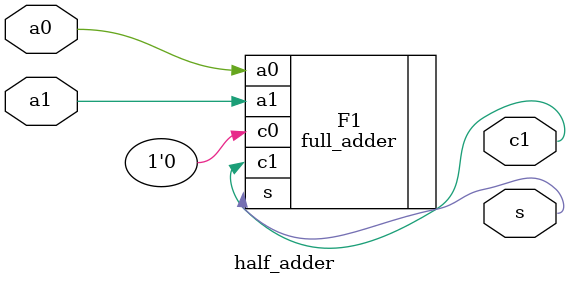
<source format=v>
/***********************************************
Module Name:   Half_Adder
Feature:       Half adder for 1 bit math add
Coder:         Garfield
Organization:  XXXX Group, Department of Architecture
------------------------------------------------------
Input ports:   a0, a1, 1 bit, addends
Output Ports:  s, 1 bit, sum
               c1, 1 bit, carry bit
------------------------------------------------------
History:
11-30-2015: First Version by Garfield
11-30-2015: Verified by Garfield with Full_Adder_test in ISE/Modelsim
***********************************************/

module half_adder 
  ( 
    input a0, a1,
    output s,
    output c1
  );
  
//Load other module(s)
full_adder F1(.a0(a0), .a1(a1), .c0(1'b0),
               .s(s), .c1(c1));

//Defination for Varables in the module

//Logicals

endmodule
</source>
